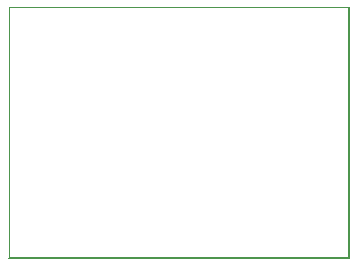
<source format=gko>
G04 Layer_Color=16711935*
%FSLAX25Y25*%
%MOIN*%
G70*
G01*
G75*
%ADD40C,0.00500*%
%ADD62C,0.00394*%
D40*
X22146Y-11496D02*
Y72165D01*
X-91043Y-11496D02*
X22146D01*
D62*
X-91043D02*
Y72165D01*
X22146D01*
M02*

</source>
